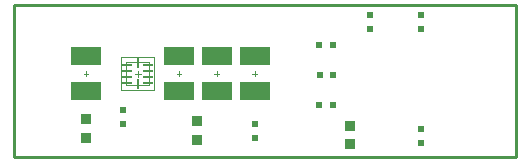
<source format=gtp>
G04 Layer_Color=8421504*
%FSLAX44Y44*%
%MOMM*%
G71*
G01*
G75*
%ADD10R,0.5500X0.5500*%
%ADD11R,2.6000X1.5000*%
%ADD12R,0.8500X0.8500*%
%ADD13R,0.5500X0.5500*%
%ADD14R,0.9000X0.2500*%
%ADD15R,0.2500X0.9000*%
%ADD18C,0.1000*%
%ADD19C,0.2540*%
%ADD20C,0.0500*%
D10*
X321250Y139843D02*
D03*
Y128159D02*
D03*
X364500Y42842D02*
D03*
Y31158D02*
D03*
X224251Y47343D02*
D03*
Y35659D02*
D03*
X112500Y47159D02*
D03*
Y58843D02*
D03*
X364500Y139843D02*
D03*
Y128159D02*
D03*
D11*
X81000Y75001D02*
D03*
Y105001D02*
D03*
X159750Y75000D02*
D03*
Y105000D02*
D03*
X191750Y75000D02*
D03*
Y105000D02*
D03*
X224000Y75000D02*
D03*
Y105000D02*
D03*
D12*
X81000Y35751D02*
D03*
Y51250D02*
D03*
X175500Y34000D02*
D03*
Y49500D02*
D03*
X304500Y45750D02*
D03*
Y30250D02*
D03*
D13*
X290592Y89000D02*
D03*
X278908D02*
D03*
X290343Y63251D02*
D03*
X278659D02*
D03*
X290342Y114251D02*
D03*
X278658D02*
D03*
D14*
X116000Y97500D02*
D03*
Y92501D02*
D03*
Y87500D02*
D03*
Y82501D02*
D03*
X133500D02*
D03*
Y87500D02*
D03*
Y92501D02*
D03*
Y97500D02*
D03*
D15*
X124750Y81250D02*
D03*
Y98751D02*
D03*
D18*
X81000Y88001D02*
Y92001D01*
X79000Y90001D02*
X83000D01*
X159750Y88000D02*
Y92000D01*
X157750Y90000D02*
X161750D01*
X191750Y88000D02*
Y92000D01*
X189750Y90000D02*
X193750D01*
X224000Y88000D02*
Y92000D01*
X222000Y90000D02*
X226000D01*
X134750Y80001D02*
Y100001D01*
X114750Y80001D02*
X134750D01*
X114750D02*
Y100001D01*
X134750D01*
X122250Y90001D02*
X127250D01*
X124750Y87500D02*
Y92501D01*
D19*
X20250Y148000D02*
X445000D01*
X445250Y52250D02*
Y116250D01*
X445000Y20000D02*
X445250Y20250D01*
X20500Y19750D02*
X445000D01*
X20250Y20000D02*
X20500Y19750D01*
X20250Y20000D02*
Y148000D01*
X445250Y20250D02*
Y52250D01*
Y116250D02*
Y148250D01*
D20*
X139000Y75750D02*
Y104251D01*
X110500Y75750D02*
X139000D01*
X110500D02*
Y104251D01*
X139000D01*
M02*

</source>
